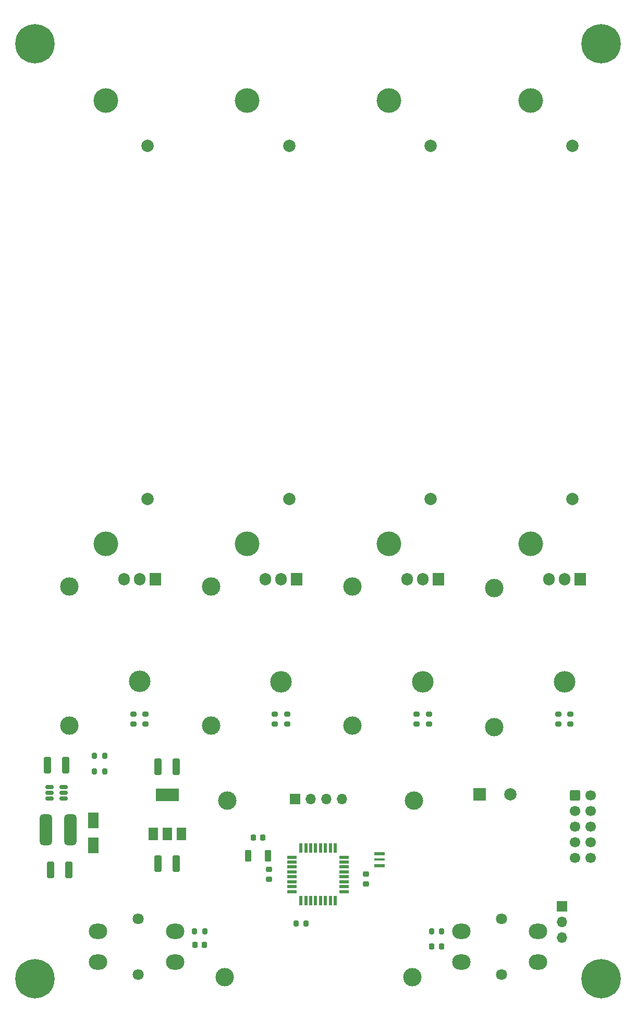
<source format=gbr>
%TF.GenerationSoftware,KiCad,Pcbnew,(6.0.10)*%
%TF.CreationDate,2023-01-16T11:30:22+01:00*%
%TF.ProjectId,BatteryDischargerV1,42617474-6572-4794-9469-736368617267,rev?*%
%TF.SameCoordinates,Original*%
%TF.FileFunction,Soldermask,Top*%
%TF.FilePolarity,Negative*%
%FSLAX46Y46*%
G04 Gerber Fmt 4.6, Leading zero omitted, Abs format (unit mm)*
G04 Created by KiCad (PCBNEW (6.0.10)) date 2023-01-16 11:30:22*
%MOMM*%
%LPD*%
G01*
G04 APERTURE LIST*
G04 Aperture macros list*
%AMRoundRect*
0 Rectangle with rounded corners*
0 $1 Rounding radius*
0 $2 $3 $4 $5 $6 $7 $8 $9 X,Y pos of 4 corners*
0 Add a 4 corners polygon primitive as box body*
4,1,4,$2,$3,$4,$5,$6,$7,$8,$9,$2,$3,0*
0 Add four circle primitives for the rounded corners*
1,1,$1+$1,$2,$3*
1,1,$1+$1,$4,$5*
1,1,$1+$1,$6,$7*
1,1,$1+$1,$8,$9*
0 Add four rect primitives between the rounded corners*
20,1,$1+$1,$2,$3,$4,$5,0*
20,1,$1+$1,$4,$5,$6,$7,0*
20,1,$1+$1,$6,$7,$8,$9,0*
20,1,$1+$1,$8,$9,$2,$3,0*%
G04 Aperture macros list end*
%ADD10R,1.600000X0.550000*%
%ADD11R,0.550000X1.600000*%
%ADD12RoundRect,0.200000X0.200000X0.275000X-0.200000X0.275000X-0.200000X-0.275000X0.200000X-0.275000X0*%
%ADD13RoundRect,0.225000X0.225000X0.250000X-0.225000X0.250000X-0.225000X-0.250000X0.225000X-0.250000X0*%
%ADD14RoundRect,0.200000X-0.275000X0.200000X-0.275000X-0.200000X0.275000X-0.200000X0.275000X0.200000X0*%
%ADD15C,1.800000*%
%ADD16O,3.000000X2.500000*%
%ADD17C,4.000000*%
%ADD18RoundRect,0.250000X0.325000X1.100000X-0.325000X1.100000X-0.325000X-1.100000X0.325000X-1.100000X0*%
%ADD19C,3.000000*%
%ADD20R,2.000000X2.000000*%
%ADD21C,2.000000*%
%ADD22O,3.500000X3.500000*%
%ADD23R,1.905000X2.000000*%
%ADD24O,1.905000X2.000000*%
%ADD25RoundRect,0.500000X-0.500000X-2.000000X0.500000X-2.000000X0.500000X2.000000X-0.500000X2.000000X0*%
%ADD26RoundRect,0.200000X-0.200000X-0.275000X0.200000X-0.275000X0.200000X0.275000X-0.200000X0.275000X0*%
%ADD27RoundRect,0.225000X-0.225000X-0.250000X0.225000X-0.250000X0.225000X0.250000X-0.225000X0.250000X0*%
%ADD28C,0.800000*%
%ADD29C,6.400000*%
%ADD30RoundRect,0.200000X0.275000X-0.200000X0.275000X0.200000X-0.275000X0.200000X-0.275000X-0.200000X0*%
%ADD31RoundRect,0.225000X-0.250000X0.225000X-0.250000X-0.225000X0.250000X-0.225000X0.250000X0.225000X0*%
%ADD32RoundRect,0.250000X-0.600000X-0.600000X0.600000X-0.600000X0.600000X0.600000X-0.600000X0.600000X0*%
%ADD33C,1.700000*%
%ADD34RoundRect,0.150000X0.512500X0.150000X-0.512500X0.150000X-0.512500X-0.150000X0.512500X-0.150000X0*%
%ADD35R,1.500000X2.000000*%
%ADD36R,3.800000X2.000000*%
%ADD37R,1.700000X1.700000*%
%ADD38O,1.700000X1.700000*%
%ADD39R,1.800000X2.500000*%
%ADD40R,1.700000X0.600000*%
%ADD41R,1.700000X0.400000*%
%ADD42RoundRect,0.250000X-0.325000X-1.100000X0.325000X-1.100000X0.325000X1.100000X-0.325000X1.100000X0*%
%ADD43RoundRect,0.250000X-0.275000X-0.700000X0.275000X-0.700000X0.275000X0.700000X-0.275000X0.700000X0*%
G04 APERTURE END LIST*
D10*
%TO.C,U1*%
X110500000Y-160550000D03*
X110500000Y-159750000D03*
X110500000Y-158950000D03*
X110500000Y-158150000D03*
X110500000Y-157350000D03*
X110500000Y-156550000D03*
X110500000Y-155750000D03*
X110500000Y-154950000D03*
D11*
X109050000Y-153500000D03*
X108250000Y-153500000D03*
X107450000Y-153500000D03*
X106650000Y-153500000D03*
X105850000Y-153500000D03*
X105050000Y-153500000D03*
X104250000Y-153500000D03*
X103450000Y-153500000D03*
D10*
X102000000Y-154950000D03*
X102000000Y-155750000D03*
X102000000Y-156550000D03*
X102000000Y-157350000D03*
X102000000Y-158150000D03*
X102000000Y-158950000D03*
X102000000Y-159750000D03*
X102000000Y-160550000D03*
D11*
X103450000Y-162000000D03*
X104250000Y-162000000D03*
X105050000Y-162000000D03*
X105850000Y-162000000D03*
X106650000Y-162000000D03*
X107450000Y-162000000D03*
X108250000Y-162000000D03*
X109050000Y-162000000D03*
%TD*%
D12*
%TO.C,R4*%
X104325000Y-165750000D03*
X102675000Y-165750000D03*
%TD*%
D13*
%TO.C,C2*%
X97275000Y-151750000D03*
X95725000Y-151750000D03*
%TD*%
D14*
%TO.C,R15*%
X76250000Y-131675000D03*
X76250000Y-133325000D03*
%TD*%
D15*
%TO.C,SW2*%
X77000000Y-165000000D03*
X77000000Y-174000000D03*
D16*
X70500000Y-167000000D03*
X83000000Y-167000000D03*
X83000000Y-172000000D03*
X70500000Y-172000000D03*
%TD*%
D17*
%TO.C,BT1*%
X71750000Y-104000000D03*
X71750000Y-32000000D03*
%TD*%
D18*
%TO.C,C7*%
X83225000Y-156000000D03*
X80275000Y-156000000D03*
%TD*%
D19*
%TO.C,F2*%
X111850000Y-133550000D03*
X111850000Y-110950000D03*
%TD*%
D12*
%TO.C,R9*%
X71575000Y-141000000D03*
X69925000Y-141000000D03*
%TD*%
D20*
%TO.C,LS1*%
X132479216Y-144750000D03*
D21*
X137479216Y-144750000D03*
%TD*%
D22*
%TO.C,Q2*%
X123250000Y-126430000D03*
D23*
X125790000Y-109770000D03*
D24*
X123250000Y-109770000D03*
X120710000Y-109770000D03*
%TD*%
D25*
%TO.C,L2*%
X62000000Y-150500000D03*
X66000000Y-150500000D03*
%TD*%
D19*
%TO.C,F3*%
X88850000Y-133550000D03*
X88850000Y-110950000D03*
%TD*%
D14*
%TO.C,R16*%
X122250000Y-131675000D03*
X122250000Y-133325000D03*
%TD*%
D26*
%TO.C,R10*%
X69925000Y-138500000D03*
X71575000Y-138500000D03*
%TD*%
D27*
%TO.C,CD1*%
X124725000Y-169500000D03*
X126275000Y-169500000D03*
%TD*%
D13*
%TO.C,CD2*%
X87775000Y-169250000D03*
X86225000Y-169250000D03*
%TD*%
D15*
%TO.C,SW1*%
X136000000Y-165000000D03*
X136000000Y-174000000D03*
D16*
X129500000Y-167000000D03*
X142000000Y-167000000D03*
X142000000Y-172000000D03*
X129500000Y-172000000D03*
%TD*%
D12*
%TO.C,R7*%
X126325000Y-167000000D03*
X124675000Y-167000000D03*
%TD*%
D22*
%TO.C,Q3*%
X100250000Y-126430000D03*
D23*
X102790000Y-109770000D03*
D24*
X100250000Y-109770000D03*
X97710000Y-109770000D03*
%TD*%
D28*
%TO.C,H4*%
X153947056Y-173052944D03*
X152250000Y-172350000D03*
X150552944Y-173052944D03*
X154650000Y-174750000D03*
D29*
X152250000Y-174750000D03*
D28*
X149850000Y-174750000D03*
X150552944Y-176447056D03*
X152250000Y-177150000D03*
X153947056Y-176447056D03*
%TD*%
D30*
%TO.C,R19*%
X101250000Y-133325000D03*
X101250000Y-131675000D03*
%TD*%
D26*
%TO.C,R8*%
X86175000Y-167000000D03*
X87825000Y-167000000D03*
%TD*%
D22*
%TO.C,Q1*%
X77250000Y-126410000D03*
D23*
X79790000Y-109750000D03*
D24*
X77250000Y-109750000D03*
X74710000Y-109750000D03*
%TD*%
D31*
%TO.C,C1*%
X114000000Y-157725000D03*
X114000000Y-159275000D03*
%TD*%
D32*
%TO.C,J1*%
X147997500Y-144920000D03*
D33*
X150537500Y-144920000D03*
X147997500Y-147460000D03*
X150537500Y-147460000D03*
X147997500Y-150000000D03*
X150537500Y-150000000D03*
X147997500Y-152540000D03*
X150537500Y-152540000D03*
X147997500Y-155080000D03*
X150537500Y-155080000D03*
%TD*%
D14*
%TO.C,R22*%
X145250000Y-131675000D03*
X145250000Y-133325000D03*
%TD*%
D28*
%TO.C,H3*%
X152250000Y-25150000D03*
X150552944Y-21052944D03*
X152250000Y-20350000D03*
X153947056Y-24447056D03*
X154650000Y-22750000D03*
X153947056Y-21052944D03*
X150552944Y-24447056D03*
D29*
X152250000Y-22750000D03*
D28*
X149850000Y-22750000D03*
%TD*%
D18*
%TO.C,C6*%
X65725000Y-157000000D03*
X62775000Y-157000000D03*
%TD*%
D30*
%TO.C,R13*%
X78250000Y-133325000D03*
X78250000Y-131675000D03*
%TD*%
D34*
%TO.C,U3*%
X64887500Y-145450000D03*
X64887500Y-144500000D03*
X64887500Y-143550000D03*
X62612500Y-143550000D03*
X62612500Y-144500000D03*
X62612500Y-145450000D03*
%TD*%
D19*
%TO.C,F1*%
X65850000Y-133550000D03*
X65850000Y-110950000D03*
%TD*%
D17*
%TO.C,BT2*%
X117750000Y-104000000D03*
X117750000Y-32000000D03*
%TD*%
D30*
%TO.C,R14*%
X124250000Y-133325000D03*
X124250000Y-131675000D03*
%TD*%
D35*
%TO.C,U2*%
X79450000Y-151150000D03*
D36*
X81750000Y-144850000D03*
D35*
X81750000Y-151150000D03*
X84050000Y-151150000D03*
%TD*%
D14*
%TO.C,R21*%
X99250000Y-131675000D03*
X99250000Y-133325000D03*
%TD*%
D17*
%TO.C,BT3*%
X94750000Y-104000000D03*
X94750000Y-32000000D03*
%TD*%
D22*
%TO.C,Q4*%
X146250000Y-126430000D03*
D23*
X148790000Y-109770000D03*
D24*
X146250000Y-109770000D03*
X143710000Y-109770000D03*
%TD*%
D19*
%TO.C,J2*%
X121550000Y-174456000D03*
X121804000Y-145754000D03*
X91070000Y-174456000D03*
X91500000Y-145754000D03*
D37*
X102500000Y-145500000D03*
D38*
X105040000Y-145500000D03*
X107580000Y-145500000D03*
X110120000Y-145500000D03*
%TD*%
D31*
%TO.C,C3*%
X98250000Y-156975000D03*
X98250000Y-158525000D03*
%TD*%
D37*
%TO.C,J3*%
X145875000Y-162975000D03*
D38*
X145875000Y-165515000D03*
X145875000Y-168055000D03*
%TD*%
D28*
%TO.C,H2*%
X58552944Y-173052944D03*
X62650000Y-174750000D03*
X58552944Y-176447056D03*
X61947056Y-176447056D03*
D29*
X60250000Y-174750000D03*
D28*
X60250000Y-172350000D03*
X57850000Y-174750000D03*
X60250000Y-177150000D03*
X61947056Y-173052944D03*
%TD*%
D30*
%TO.C,R20*%
X147250000Y-133325000D03*
X147250000Y-131675000D03*
%TD*%
D39*
%TO.C,D1*%
X69750000Y-153000000D03*
X69750000Y-149000000D03*
%TD*%
D18*
%TO.C,C8*%
X83225000Y-140250000D03*
X80275000Y-140250000D03*
%TD*%
D19*
%TO.C,F4*%
X134850000Y-133800000D03*
X134850000Y-111200000D03*
%TD*%
D17*
%TO.C,BT4*%
X140750000Y-104000000D03*
X140750000Y-32000000D03*
%TD*%
D40*
%TO.C,Y1*%
X116250000Y-154400000D03*
D41*
X116250000Y-155350000D03*
D40*
X116250000Y-156300000D03*
%TD*%
D42*
%TO.C,C5*%
X62275000Y-140000000D03*
X65225000Y-140000000D03*
%TD*%
D43*
%TO.C,L1*%
X94925000Y-154750000D03*
X98075000Y-154750000D03*
%TD*%
D21*
%TO.C,R18*%
X147550000Y-39298000D03*
X147550000Y-96702000D03*
%TD*%
%TO.C,R17*%
X101550000Y-39298000D03*
X101550000Y-96702000D03*
%TD*%
%TO.C,R12*%
X124550000Y-39298000D03*
X124550000Y-96702000D03*
%TD*%
%TO.C,R11*%
X78550000Y-39298000D03*
X78550000Y-96702000D03*
%TD*%
D28*
%TO.C,H1*%
X61947056Y-24447056D03*
X58552944Y-21052944D03*
D29*
X60250000Y-22750000D03*
D28*
X61947056Y-21052944D03*
X62650000Y-22750000D03*
X58552944Y-24447056D03*
X57850000Y-22750000D03*
X60250000Y-25150000D03*
X60250000Y-20350000D03*
%TD*%
M02*

</source>
